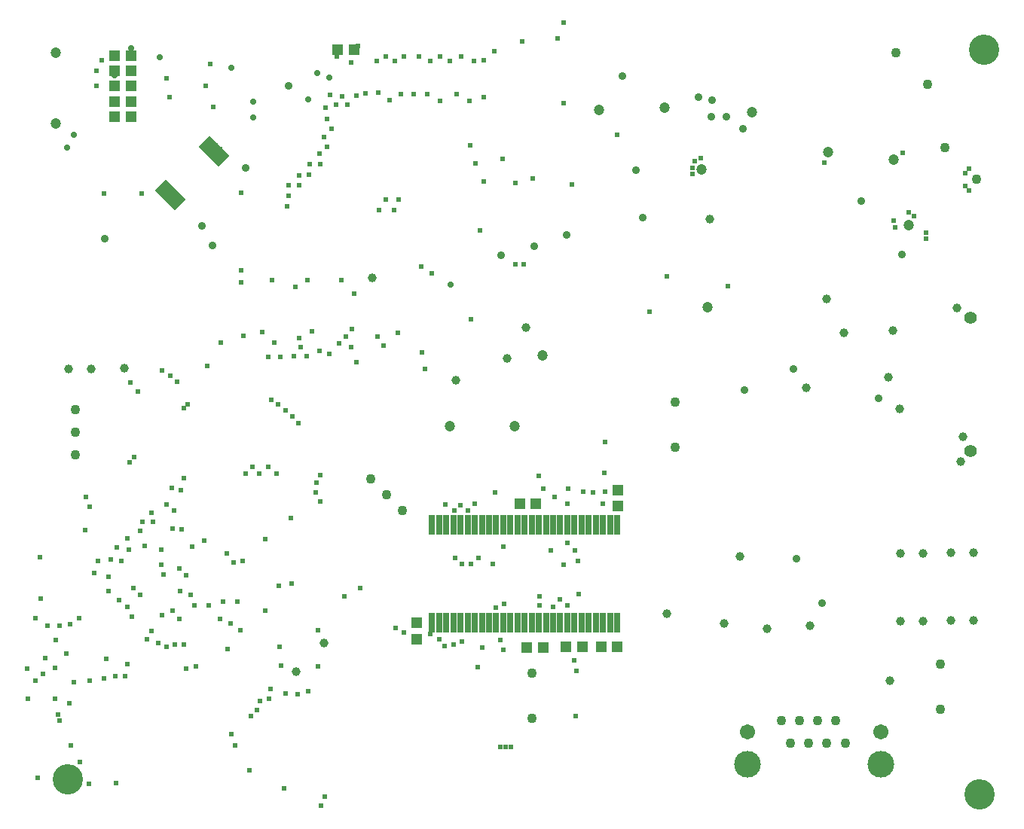
<source format=gbr>
%TF.GenerationSoftware,Altium Limited,Altium Designer,23.1.1 (15)*%
G04 Layer_Color=16711935*
%FSLAX45Y45*%
%MOMM*%
%TF.SameCoordinates,5129EF4F-D339-4E8A-A4D9-011D67CBAE45*%
%TF.FilePolarity,Negative*%
%TF.FileFunction,Soldermask,Bot*%
%TF.Part,Single*%
G01*
G75*
%TA.AperFunction,SMDPad,CuDef*%
%ADD105R,1.20320X1.30320*%
%ADD106R,1.30320X1.20320*%
%TA.AperFunction,ComponentPad*%
%ADD149C,1.10320*%
%ADD150C,1.40320*%
%ADD151C,1.20320*%
%TA.AperFunction,ViaPad*%
%ADD152C,3.40320*%
%TA.AperFunction,ComponentPad*%
%ADD153C,1.00320*%
%ADD154C,3.00320*%
%ADD155C,1.70320*%
%TA.AperFunction,ViaPad*%
%ADD156C,0.60320*%
%ADD157C,1.00320*%
%ADD158C,0.90320*%
%ADD159C,1.20320*%
%ADD160C,0.70320*%
%TA.AperFunction,SMDPad,CuDef*%
%ADD161R,0.65320X2.20320*%
G04:AMPARAMS|DCode=162|XSize=3.2032mm|YSize=1.7032mm|CornerRadius=0mm|HoleSize=0mm|Usage=FLASHONLY|Rotation=135.000|XOffset=0mm|YOffset=0mm|HoleType=Round|Shape=Rectangle|*
%AMROTATEDRECTD162*
4,1,4,1.73468,-0.53033,0.53033,-1.73468,-1.73468,0.53033,-0.53033,1.73468,1.73468,-0.53033,0.0*
%
%ADD162ROTATEDRECTD162*%

D105*
X3550920Y-16601559D02*
D03*
Y-16418559D02*
D03*
X5816600Y-15108040D02*
D03*
Y-14925040D02*
D03*
D106*
X2849019Y-9972040D02*
D03*
X2666019D02*
D03*
X342900Y-10040620D02*
D03*
X159900D02*
D03*
X342900Y-10213340D02*
D03*
X159900D02*
D03*
X342900Y-10386060D02*
D03*
X159900D02*
D03*
X342900Y-10556240D02*
D03*
X159900D02*
D03*
X342900Y-10726420D02*
D03*
X159900D02*
D03*
X4709040Y-15085060D02*
D03*
X4892040D02*
D03*
X4973440Y-16695419D02*
D03*
X4790440D02*
D03*
X5415280Y-16690340D02*
D03*
X5232280D02*
D03*
X5623560Y-16687801D02*
D03*
X5806560D02*
D03*
D149*
X8937190Y-10006530D02*
D03*
X9296400Y-10365740D02*
D03*
X9484360Y-11074400D02*
D03*
X9843570Y-11433610D02*
D03*
X6459220Y-14450060D02*
D03*
Y-13942059D02*
D03*
X9438639Y-16880840D02*
D03*
Y-17388840D02*
D03*
X7652019Y-17521600D02*
D03*
X7754021Y-17775601D02*
D03*
X7958018D02*
D03*
X8060019Y-17521600D02*
D03*
X7856022D02*
D03*
X8264022D02*
D03*
X8366018Y-17775601D02*
D03*
X8162021Y-17775603D02*
D03*
X4843780Y-17495520D02*
D03*
Y-16987520D02*
D03*
X3391970Y-15159790D02*
D03*
X3032760Y-14800580D02*
D03*
X3212365Y-14980185D02*
D03*
X-279400Y-14020799D02*
D03*
Y-14528799D02*
D03*
Y-14274800D02*
D03*
D150*
X9773919Y-12992101D02*
D03*
Y-14490700D02*
D03*
D151*
X3925035Y-14208760D02*
D03*
X4648935D02*
D03*
X-503900Y-10808884D02*
D03*
X-503900Y-10008881D02*
D03*
D152*
X-368300Y-18176241D02*
D03*
X9931400Y-9972040D02*
D03*
X9880600Y-18346420D02*
D03*
D153*
X9806940Y-15633701D02*
D03*
Y-16395700D02*
D03*
X9552940Y-15633701D02*
D03*
Y-16395700D02*
D03*
X8986520Y-16398241D02*
D03*
X9240520D02*
D03*
Y-15636240D02*
D03*
X8986520D02*
D03*
X2514600Y-16649699D02*
D03*
X2194917Y-16965848D02*
D03*
X-106679Y-13568680D02*
D03*
X-360679D02*
D03*
D154*
X7272020Y-18008601D02*
D03*
X8772022D02*
D03*
D155*
X7273422Y-17648601D02*
D03*
X8772022D02*
D03*
D156*
X3874344Y-15088445D02*
D03*
X5245038Y-15078152D02*
D03*
X2065020Y-18277840D02*
D03*
X518160Y-16601440D02*
D03*
X352001Y-16355060D02*
D03*
X2443480Y-16913503D02*
D03*
X1669429Y-18079720D02*
D03*
X1508760Y-17800320D02*
D03*
X5325038Y-16841019D02*
D03*
X5346700Y-16959579D02*
D03*
X2078272Y-14034808D02*
D03*
X2220326Y-14174814D02*
D03*
X2154494Y-14099541D02*
D03*
X4126810Y-15155067D02*
D03*
X4047636Y-15093983D02*
D03*
X4206240Y-15077440D02*
D03*
X3972341Y-15159790D02*
D03*
X745361Y-15091269D02*
D03*
X469705Y-15287585D02*
D03*
X568557Y-15180812D02*
D03*
X822468Y-15155688D02*
D03*
X445793Y-15384685D02*
D03*
X1914798Y-13909290D02*
D03*
X1997329Y-13965758D02*
D03*
X4429712Y-14954498D02*
D03*
X5427668Y-14946841D02*
D03*
X2915920Y-16032480D02*
D03*
X5085039Y-16238220D02*
D03*
X4932680Y-16123988D02*
D03*
X4445000Y-16253461D02*
D03*
X4932307Y-16223988D02*
D03*
X4536355Y-16208060D02*
D03*
X2144599Y-15978799D02*
D03*
X3317240Y-16482060D02*
D03*
X3408680Y-16525240D02*
D03*
X1376680Y-16179800D02*
D03*
X1535965Y-16184145D02*
D03*
X4285040Y-16695419D02*
D03*
X4239260Y-16918941D02*
D03*
X4525039Y-16720821D02*
D03*
X4494228Y-16616702D02*
D03*
X5205608Y-15769469D02*
D03*
X5360994Y-15726210D02*
D03*
X798015Y-14901044D02*
D03*
X807720Y-15359380D02*
D03*
X2470125Y-14758646D02*
D03*
X909320Y-15369540D02*
D03*
X4405793Y-15756572D02*
D03*
X4157960Y-15758160D02*
D03*
X4057960D02*
D03*
X3983753Y-15690746D02*
D03*
X4242870Y-15692120D02*
D03*
X2466254Y-15051978D02*
D03*
X2415403Y-14955640D02*
D03*
X1973580Y-14739619D02*
D03*
X1884680Y-14669698D02*
D03*
X1779580Y-14740517D02*
D03*
X2422638Y-14847234D02*
D03*
X1849099Y-15478799D02*
D03*
X1889760Y-17274541D02*
D03*
X5245100Y-16228059D02*
D03*
X4927600Y-14770100D02*
D03*
X4976210Y-14910263D02*
D03*
X5098553Y-15004402D02*
D03*
X5250643Y-14910263D02*
D03*
X938095Y-14793140D02*
D03*
X900069Y-14927728D02*
D03*
X5532320Y-14955573D02*
D03*
X5665681Y-14946841D02*
D03*
X585618Y-15281458D02*
D03*
X5372100Y-16095979D02*
D03*
X2026508Y-16901561D02*
D03*
X1686560Y-17472659D02*
D03*
X1760220Y-17399001D02*
D03*
X1793906Y-17303036D02*
D03*
X1912755Y-17165320D02*
D03*
X3865880Y-16677640D02*
D03*
X3965041Y-16664940D02*
D03*
X4058075Y-16626627D02*
D03*
X3805041Y-16601559D02*
D03*
X965200Y-16936720D02*
D03*
X932511Y-16662428D02*
D03*
X832513Y-16661794D02*
D03*
X737577Y-16693422D02*
D03*
X172720Y-18224500D02*
D03*
X-228951Y-17989015D02*
D03*
X-27952Y-15726137D02*
D03*
X-69214Y-15862225D02*
D03*
X116233Y-15710507D02*
D03*
X7046416Y-12631750D02*
D03*
X6169259Y-12924541D02*
D03*
X6365240Y-12522200D02*
D03*
X5207000Y-9669780D02*
D03*
X5133340Y-9847580D02*
D03*
X4737050Y-9880575D02*
D03*
X2574658Y-10487722D02*
D03*
X2713013Y-10499257D02*
D03*
X2875280Y-10492740D02*
D03*
X2776220Y-10596880D02*
D03*
X5293360Y-11488420D02*
D03*
X4422140Y-9994900D02*
D03*
X2654021Y-10048332D02*
D03*
X2816860Y-10121900D02*
D03*
X3722046Y-12493876D02*
D03*
X3601720Y-12415520D02*
D03*
X40640Y-11595100D02*
D03*
X459740Y-11592560D02*
D03*
X774700Y-10510520D02*
D03*
X1234440Y-10134600D02*
D03*
X737664Y-10297758D02*
D03*
X2529840Y-10629900D02*
D03*
X3302000Y-11783060D02*
D03*
X3131820D02*
D03*
X3208020Y-11663680D02*
D03*
X3352320Y-11659335D02*
D03*
X1579880Y-11582968D02*
D03*
X1295400Y-11049000D02*
D03*
X1341120Y-11094720D02*
D03*
X4261820Y-12009520D02*
D03*
X4306458Y-11460480D02*
D03*
X4856480Y-11427460D02*
D03*
X4663440Y-11473180D02*
D03*
X4150360Y-11046880D02*
D03*
X2895675Y-9933940D02*
D03*
X5806440Y-10934700D02*
D03*
X5199380Y-10576560D02*
D03*
X4305300Y-10507980D02*
D03*
X4663440Y-12392660D02*
D03*
X4757420Y-12390120D02*
D03*
X6647180Y-11301530D02*
D03*
X3340100Y-13159740D02*
D03*
X3112343Y-13202921D02*
D03*
X6672580Y-11226800D02*
D03*
X6743700Y-11196320D02*
D03*
X6647180Y-11376660D02*
D03*
X1577366Y-12460236D02*
D03*
X8130540Y-11244580D02*
D03*
X9011584Y-11136095D02*
D03*
X9758680Y-11559540D02*
D03*
X9715500Y-11508740D02*
D03*
X9758680Y-11313160D02*
D03*
X9712960Y-11366500D02*
D03*
X8915400Y-11899900D02*
D03*
X8925560Y-11971020D02*
D03*
X9273540Y-12100560D02*
D03*
X9278620Y-12031980D02*
D03*
X9144000Y-11849100D02*
D03*
X9077960Y-11808460D02*
D03*
X4513580Y-11203940D02*
D03*
X4210742Y-11250080D02*
D03*
X5643880Y-15082520D02*
D03*
X5666740Y-14386560D02*
D03*
X4305300Y-10096500D02*
D03*
X2346960Y-11264900D02*
D03*
X2463800Y-11145520D02*
D03*
X2545877Y-11068809D02*
D03*
X2512060Y-10955020D02*
D03*
X3246120Y-10546080D02*
D03*
X2976880Y-10464800D02*
D03*
X4193540Y-10099040D02*
D03*
X4142740Y-10551160D02*
D03*
X4054018Y-10055860D02*
D03*
X4004015Y-10474960D02*
D03*
X3926840Y-10099040D02*
D03*
X3812540Y-10055860D02*
D03*
Y-10551160D02*
D03*
X3704016Y-10099040D02*
D03*
X3672840Y-10474960D02*
D03*
X3581400Y-10055860D02*
D03*
X3517900Y-10474960D02*
D03*
X3406140Y-10050780D02*
D03*
X3373103Y-10478523D02*
D03*
X3304540Y-10099040D02*
D03*
X3202940Y-10050780D02*
D03*
X3124200Y-10457180D02*
D03*
X3103880Y-10099040D02*
D03*
X2099858Y-11733730D02*
D03*
X2115820Y-11617960D02*
D03*
Y-11498580D02*
D03*
X2232660D02*
D03*
Y-11386820D02*
D03*
X2344420Y-11381740D02*
D03*
X2466340Y-11259820D02*
D03*
X2595468Y-10866120D02*
D03*
X2545877Y-10752922D02*
D03*
X2646138Y-10596880D02*
D03*
X2708603Y-12565380D02*
D03*
X2190900Y-12639040D02*
D03*
X2019300Y-13431520D02*
D03*
X1953260Y-13266110D02*
D03*
X2313940Y-13423900D02*
D03*
X1577366Y-12593023D02*
D03*
X2852420Y-12717780D02*
D03*
X2324100Y-12565380D02*
D03*
X1927860D02*
D03*
X-500380Y-16616679D02*
D03*
X-617519Y-16818739D02*
D03*
X-825500Y-16936720D02*
D03*
X-650240Y-16992599D02*
D03*
X-243302Y-16367760D02*
D03*
X1184710Y-10380549D02*
D03*
X1262380Y-10619740D02*
D03*
X-45720Y-10213340D02*
D03*
X10160Y-10097666D02*
D03*
X-45720Y-10383520D02*
D03*
X-171075Y-15379370D02*
D03*
X1705538Y-14669698D02*
D03*
X66647Y-16823027D02*
D03*
X210820Y-16164560D02*
D03*
X304800Y-16243300D02*
D03*
X368300Y-16027400D02*
D03*
X443196Y-16107443D02*
D03*
X1425547Y-16712593D02*
D03*
X2006600Y-16004539D02*
D03*
X2012551Y-16691211D02*
D03*
X-678180Y-15684500D02*
D03*
X-386080Y-16769080D02*
D03*
X-513080Y-16929100D02*
D03*
X-510540Y-17272000D02*
D03*
X-350520Y-17327879D02*
D03*
X279400Y-17023080D02*
D03*
X297180Y-16880840D02*
D03*
X1219200Y-16225520D02*
D03*
X958271Y-15883311D02*
D03*
X-459740Y-17523460D02*
D03*
X-675640Y-16144240D02*
D03*
X-728980Y-16367760D02*
D03*
X889000Y-15806419D02*
D03*
X678180Y-15600681D02*
D03*
X495499Y-15555161D02*
D03*
X683260Y-15770860D02*
D03*
X711200Y-15875000D02*
D03*
X1026160Y-15560040D02*
D03*
X932180Y-14008099D02*
D03*
X977900Y-13959840D02*
D03*
X861060Y-13713460D02*
D03*
X326927Y-14613353D02*
D03*
X375920Y-14556740D02*
D03*
X337820Y-13716000D02*
D03*
X416560Y-13822681D02*
D03*
X3703320Y-16543021D02*
D03*
X5659120Y-14737080D02*
D03*
X5158740Y-16154401D02*
D03*
X5341620Y-17470120D02*
D03*
X5249000Y-15518040D02*
D03*
X5334000Y-15605760D02*
D03*
X5062220D02*
D03*
X-165100Y-15003780D02*
D03*
X-125620Y-15115540D02*
D03*
X1419860Y-15636240D02*
D03*
X1597660Y-15722600D02*
D03*
X1490980Y-15745461D02*
D03*
X1163320Y-15494000D02*
D03*
X-474980Y-17454880D02*
D03*
X-134620Y-18232120D02*
D03*
X4490720Y-17818100D02*
D03*
X4551680D02*
D03*
X4610100D02*
D03*
X3614420Y-13383260D02*
D03*
X3644900Y-13568680D02*
D03*
X3177540Y-13304520D02*
D03*
X4163060Y-13009880D02*
D03*
X-731520Y-17073880D02*
D03*
X1341120Y-16375380D02*
D03*
X1460500Y-16428720D02*
D03*
X1569720Y-16507460D02*
D03*
X2075180Y-17213580D02*
D03*
X2217420Y-17226280D02*
D03*
X2336800Y-17193260D02*
D03*
X2443480Y-16507460D02*
D03*
X38100Y-17048480D02*
D03*
X165100Y-17017999D02*
D03*
X-330200Y-17800320D02*
D03*
X650240Y-16644620D02*
D03*
X574040Y-16510001D02*
D03*
X693420Y-16337280D02*
D03*
X805180Y-16286481D02*
D03*
X881380Y-16375380D02*
D03*
X1056640Y-16222980D02*
D03*
X1016000Y-16106140D02*
D03*
X896620Y-16062959D02*
D03*
X1849120Y-16286481D02*
D03*
X-297180Y-17091660D02*
D03*
X-124460Y-17068800D02*
D03*
X-709874Y-18161000D02*
D03*
X-814014Y-17274541D02*
D03*
X231747Y-15721992D02*
D03*
X2519680Y-18371820D02*
D03*
X2479040Y-18475960D02*
D03*
X1470660Y-17670779D02*
D03*
X-594360Y-16454120D02*
D03*
X-464820Y-16449040D02*
D03*
X-345440Y-16436340D02*
D03*
X2738120Y-16121381D02*
D03*
X2168540Y-13423900D02*
D03*
X2456180Y-13362939D02*
D03*
X2250440Y-13322301D02*
D03*
X2230120Y-13218159D02*
D03*
X1602106Y-13192126D02*
D03*
X1818640Y-13154660D02*
D03*
X2377440Y-13141960D02*
D03*
X2570480Y-13393420D02*
D03*
X2677160Y-13279120D02*
D03*
X1882140Y-13426440D02*
D03*
X1198880Y-13530580D02*
D03*
X1353820Y-13271500D02*
D03*
X2824480Y-13116560D02*
D03*
X779780Y-13642340D02*
D03*
X692909Y-13583409D02*
D03*
X2816860Y-13319760D02*
D03*
X2875280Y-13487399D02*
D03*
X2755900Y-13202921D02*
D03*
X180947Y-15569592D02*
D03*
X299720Y-15468600D02*
D03*
X314960Y-15595599D02*
D03*
X2136140Y-15238194D02*
D03*
X1630680Y-14744701D02*
D03*
X91440Y-15902940D02*
D03*
Y-16062941D02*
D03*
X1068725Y-16912595D02*
D03*
X4526280Y-15562579D02*
D03*
D157*
X3992880Y-13695680D02*
D03*
X8158480Y-12776200D02*
D03*
X8854440Y-13662660D02*
D03*
X8900160Y-13134340D02*
D03*
X3052980Y-12537707D02*
D03*
X6847840Y-11877040D02*
D03*
X9618980Y-12880341D02*
D03*
X8354060Y-13157201D02*
D03*
X4777740Y-13101320D02*
D03*
X9662160Y-14607539D02*
D03*
X9690100Y-14330679D02*
D03*
X264160Y-13553439D02*
D03*
X4572000Y-13444220D02*
D03*
X8976360Y-14010640D02*
D03*
X7927340Y-13779500D02*
D03*
X8869680Y-17071339D02*
D03*
X6360160Y-16316960D02*
D03*
X7183120Y-15674339D02*
D03*
X7493000Y-16484599D02*
D03*
X7010400Y-16426180D02*
D03*
X7967980Y-16456660D02*
D03*
D158*
X5240020Y-12054840D02*
D03*
X4870232Y-12185432D02*
D03*
X6090920Y-11864340D02*
D03*
X4496870Y-12283440D02*
D03*
X46772Y-12098020D02*
D03*
X5859780Y-10271760D02*
D03*
X6012180Y-11330940D02*
D03*
X2110740Y-10383520D02*
D03*
X1626670Y-11309057D02*
D03*
X1256301Y-12175601D02*
D03*
X1136450Y-11953240D02*
D03*
X7216140Y-10866120D02*
D03*
X7031455Y-10728960D02*
D03*
X6860540D02*
D03*
X6875185Y-10539790D02*
D03*
X6715760Y-10507980D02*
D03*
X8548625Y-11681460D02*
D03*
X9006840Y-12275820D02*
D03*
X8742680Y-13896974D02*
D03*
X7232849Y-13800232D02*
D03*
X7782124Y-13566141D02*
D03*
X8110220Y-16202660D02*
D03*
X7820660Y-15702280D02*
D03*
D159*
X4968240Y-13413741D02*
D03*
X5598160Y-10655300D02*
D03*
X6334760Y-10631170D02*
D03*
X6817360Y-12867641D02*
D03*
X7317740Y-10680700D02*
D03*
X6756400Y-11320780D02*
D03*
X8171180Y-11130280D02*
D03*
X8910320Y-11209020D02*
D03*
X9077960Y-11948160D02*
D03*
D160*
X2570329Y-10289540D02*
D03*
X2430780Y-10236200D02*
D03*
X3934460Y-12616180D02*
D03*
X2334260Y-10530840D02*
D03*
X1469533Y-10176653D02*
D03*
X1717040Y-10739120D02*
D03*
Y-10561320D02*
D03*
X-373380Y-11079480D02*
D03*
X-299720Y-10936170D02*
D03*
X342900Y-9961924D02*
D03*
X157480Y-10264564D02*
D03*
X342900Y-10386060D02*
D03*
X668020Y-10060940D02*
D03*
X342900Y-10556240D02*
D03*
Y-10726420D02*
D03*
D161*
X5405038Y-15319919D02*
D03*
X4925039D02*
D03*
X5645037Y-16419922D02*
D03*
X5805037D02*
D03*
X5165038D02*
D03*
X4765039Y-16419920D02*
D03*
X3725041Y-16419922D02*
D03*
X4045041D02*
D03*
X3965041D02*
D03*
X3885041D02*
D03*
X3805041D02*
D03*
Y-15319919D02*
D03*
X3885041D02*
D03*
X3965041Y-15319919D02*
D03*
X4045041Y-15319919D02*
D03*
X4125041D02*
D03*
X4205041D02*
D03*
X4125041Y-16419922D02*
D03*
X4285040Y-15319919D02*
D03*
X4285040Y-16419922D02*
D03*
X4205040D02*
D03*
X5725037D02*
D03*
X5565038D02*
D03*
X5485038D02*
D03*
X5325038D02*
D03*
X5245039D02*
D03*
X5085039D02*
D03*
X5005039D02*
D03*
X4845039D02*
D03*
Y-15319919D02*
D03*
X5005039D02*
D03*
X5085038D02*
D03*
X5245038D02*
D03*
X5325038D02*
D03*
X5485038D02*
D03*
X5565038Y-15319919D02*
D03*
X5725037Y-15319919D02*
D03*
X4685039Y-16419922D02*
D03*
X4605040Y-15319919D02*
D03*
X4445040D02*
D03*
X4525040D02*
D03*
X4525039Y-16419922D02*
D03*
X4365040D02*
D03*
X4445040D02*
D03*
X4605040D02*
D03*
X4925039D02*
D03*
X5405038D02*
D03*
X5645037Y-15319919D02*
D03*
X5165038D02*
D03*
X5805037D02*
D03*
X4765039D02*
D03*
X3725041D02*
D03*
X4365040D02*
D03*
X4685039D02*
D03*
D162*
X1271321Y-11121339D02*
D03*
X780999Y-11611661D02*
D03*
%TF.MD5,4988be0cab96c94748ac123da89acd29*%
M02*

</source>
